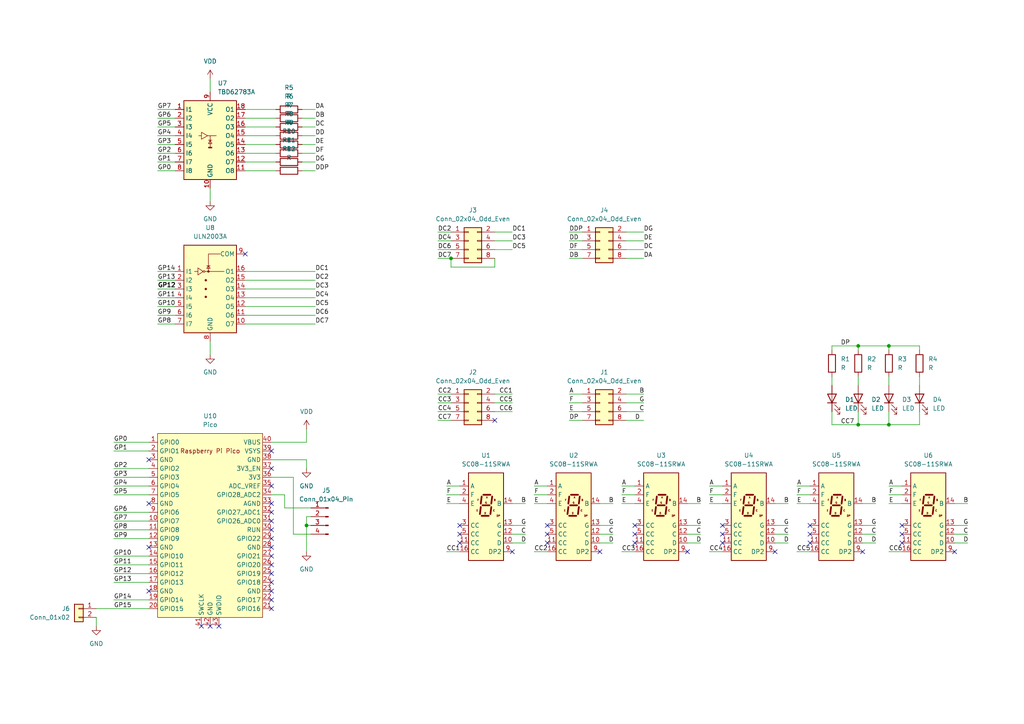
<source format=kicad_sch>
(kicad_sch (version 20230121) (generator eeschema)
  (paper "A4")
  (lib_symbols
    (symbol "Connector:Conn_01x04_Pin" (pin_names (offset 1.016) hide)
      (property "Reference" "J" (at 0 5.08 0))
      (property "Value" "Conn_01x04_Pin" (at 0 -7.62 0))
      (symbol "Conn_01x04_Pin_1_1"
        (polyline (pts (xy 1.27 -5.08) (xy 0.8636 -5.08)) (stroke (width 0.1524)))
        (polyline (pts (xy 1.27 -2.54) (xy 0.8636 -2.54)) (stroke (width 0.1524)))
        (polyline (pts (xy 1.27 0) (xy 0.8636 0)) (stroke (width 0.1524)))
        (polyline (pts (xy 1.27 2.54) (xy 0.8636 2.54)) (stroke (width 0.1524)))
        (rectangle (start 0.8636 -4.953) (end 0 -5.207) (stroke (width 0.1524)) (fill (type outline)))
        (rectangle (start 0.8636 -2.413) (end 0 -2.667) (stroke (width 0.1524)) (fill (type outline)))
        (rectangle (start 0.8636 0.127) (end 0 -0.127) (stroke (width 0.1524)) (fill (type outline)))
        (rectangle (start 0.8636 2.667) (end 0 2.413) (stroke (width 0.1524)) (fill (type outline)))
        (pin passive line (at 5.08 2.54 180) (length 3.81) (name "Pin_1") (number "1"))
        (pin passive line (at 5.08 0 180) (length 3.81) (name "Pin_2") (number "2"))
        (pin passive line (at 5.08 -2.54 180) (length 3.81) (name "Pin_3") (number "3"))
        (pin passive line (at 5.08 -5.08 180) (length 3.81) (name "Pin_4") (number "4"))
      )
    )
    (symbol "Connector_Generic:Conn_01x02" (pin_names (offset 1.016) hide)
      (property "Reference" "J" (at 0 2.54 0))
      (property "Value" "Conn_01x02" (at 0 -5.08 0))
      (symbol "Conn_01x02_1_1"
        (rectangle (start -1.27 -2.413) (end 0 -2.667) (stroke (width 0.1524)))
        (rectangle (start -1.27 0.127) (end 0 -0.127) (stroke (width 0.1524)))
        (rectangle (start -1.27 1.27) (end 1.27 -3.81) (stroke (width 0.254)) (fill (type background)))
        (pin passive line (at -5.08 0 0) (length 3.81) (name "Pin_1") (number "1"))
        (pin passive line (at -5.08 -2.54 0) (length 3.81) (name "Pin_2") (number "2"))
      )
    )
    (symbol "Connector_Generic:Conn_02x04_Odd_Even" (pin_names (offset 1.016) hide)
      (property "Reference" "J" (at 1.27 5.08 0))
      (property "Value" "Conn_02x04_Odd_Even" (at 1.27 -7.62 0))
      (symbol "Conn_02x04_Odd_Even_1_1"
        (rectangle (start -1.27 -4.953) (end 0 -5.207) (stroke (width 0.1524)))
        (rectangle (start -1.27 -2.413) (end 0 -2.667) (stroke (width 0.1524)))
        (rectangle (start -1.27 0.127) (end 0 -0.127) (stroke (width 0.1524)))
        (rectangle (start -1.27 2.667) (end 0 2.413) (stroke (width 0.1524)))
        (rectangle (start -1.27 3.81) (end 3.81 -6.35) (stroke (width 0.254)) (fill (type background)))
        (rectangle (start 3.81 -4.953) (end 2.54 -5.207) (stroke (width 0.1524)))
        (rectangle (start 3.81 -2.413) (end 2.54 -2.667) (stroke (width 0.1524)))
        (rectangle (start 3.81 0.127) (end 2.54 -0.127) (stroke (width 0.1524)))
        (rectangle (start 3.81 2.667) (end 2.54 2.413) (stroke (width 0.1524)))
        (pin passive line (at -5.08 2.54 0) (length 3.81) (name "Pin_1") (number "1"))
        (pin passive line (at 7.62 2.54 180) (length 3.81) (name "Pin_2") (number "2"))
        (pin passive line (at -5.08 0 0) (length 3.81) (name "Pin_3") (number "3"))
        (pin passive line (at 7.62 0 180) (length 3.81) (name "Pin_4") (number "4"))
        (pin passive line (at -5.08 -2.54 0) (length 3.81) (name "Pin_5") (number "5"))
        (pin passive line (at 7.62 -2.54 180) (length 3.81) (name "Pin_6") (number "6"))
        (pin passive line (at -5.08 -5.08 0) (length 3.81) (name "Pin_7") (number "7"))
        (pin passive line (at 7.62 -5.08 180) (length 3.81) (name "Pin_8") (number "8"))
      )
    )
    (symbol "Device:LED" (pin_numbers hide) (pin_names (offset 1.016) hide)
      (property "Reference" "D" (at 0 2.54 0))
      (property "Value" "LED" (at 0 -2.54 0))
      (symbol "LED_0_1"
        (polyline (pts (xy -1.27 -1.27) (xy -1.27 1.27)) (stroke (width 0.254)))
        (polyline (pts (xy -1.27 0) (xy 1.27 0)))
        (polyline (pts (xy 1.27 -1.27) (xy 1.27 1.27) (xy -1.27 0) (xy 1.27 -1.27)) (stroke (width 0.254)))
        (polyline (pts (xy -3.048 -0.762) (xy -4.572 -2.286) (xy -3.81 -2.286) (xy -4.572 -2.286) (xy -4.572 -1.524)))
        (polyline (pts (xy -1.778 -0.762) (xy -3.302 -2.286) (xy -2.54 -2.286) (xy -3.302 -2.286) (xy -3.302 -1.524)))
      )
      (symbol "LED_1_1"
        (pin passive line (at -3.81 0 0) (length 2.54) (name "K") (number "1"))
        (pin passive line (at 3.81 0 180) (length 2.54) (name "A") (number "2"))
      )
    )
    (symbol "Device:R" (pin_numbers hide) (pin_names (offset 0))
      (property "Reference" "R" (at 2.032 0 90))
      (property "Value" "R" (at 0 0 90))
      (symbol "R_0_1"
        (rectangle (start -1.016 -2.54) (end 1.016 2.54) (stroke (width 0.254)))
      )
      (symbol "R_1_1"
        (pin passive line (at 0 3.81 270) (length 1.27) (name "~") (number "1"))
        (pin passive line (at 0 -3.81 90) (length 1.27) (name "~") (number "2"))
      )
    )
    (symbol "MCU_RaspberryPi_and_Boards:Pico"
      (property "Reference" "U" (at -13.97 27.94 0))
      (property "Value" "Pico" (at 0 19.05 0))
      (symbol "Pico_0_0"
        (text "Raspberry Pi Pico" (at 0 21.59 0) (effects (font (size 1.27 1.27))))
      )
      (symbol "Pico_0_1"
        (rectangle (start -15.24 26.67) (end 15.24 -26.67) (fill (type background)))
      )
      (symbol "Pico_1_1"
        (pin bidirectional line (at -17.78 24.13 0) (length 2.54) (name "GPIO0") (number "1"))
        (pin bidirectional line (at -17.78 1.27 0) (length 2.54) (name "GPIO7") (number "10"))
        (pin bidirectional line (at -17.78 -1.27 0) (length 2.54) (name "GPIO8") (number "11"))
        (pin bidirectional line (at -17.78 -3.81 0) (length 2.54) (name "GPIO9") (number "12"))
        (pin power_in line (at -17.78 -6.35 0) (length 2.54) (name "GND") (number "13"))
        (pin bidirectional line (at -17.78 -8.89 0) (length 2.54) (name "GPIO10") (number "14"))
        (pin bidirectional line (at -17.78 -11.43 0) (length 2.54) (name "GPIO11") (number "15"))
        (pin bidirectional line (at -17.78 -13.97 0) (length 2.54) (name "GPIO12") (number "16"))
        (pin bidirectional line (at -17.78 -16.51 0) (length 2.54) (name "GPIO13") (number "17"))
        (pin power_in line (at -17.78 -19.05 0) (length 2.54) (name "GND") (number "18"))
        (pin bidirectional line (at -17.78 -21.59 0) (length 2.54) (name "GPIO14") (number "19"))
        (pin bidirectional line (at -17.78 21.59 0) (length 2.54) (name "GPIO1") (number "2"))
        (pin bidirectional line (at -17.78 -24.13 0) (length 2.54) (name "GPIO15") (number "20"))
        (pin bidirectional line (at 17.78 -24.13 180) (length 2.54) (name "GPIO16") (number "21"))
        (pin bidirectional line (at 17.78 -21.59 180) (length 2.54) (name "GPIO17") (number "22"))
        (pin power_in line (at 17.78 -19.05 180) (length 2.54) (name "GND") (number "23"))
        (pin bidirectional line (at 17.78 -16.51 180) (length 2.54) (name "GPIO18") (number "24"))
        (pin bidirectional line (at 17.78 -13.97 180) (length 2.54) (name "GPIO19") (number "25"))
        (pin bidirectional line (at 17.78 -11.43 180) (length 2.54) (name "GPIO20") (number "26"))
        (pin bidirectional line (at 17.78 -8.89 180) (length 2.54) (name "GPIO21") (number "27"))
        (pin power_in line (at 17.78 -6.35 180) (length 2.54) (name "GND") (number "28"))
        (pin bidirectional line (at 17.78 -3.81 180) (length 2.54) (name "GPIO22") (number "29"))
        (pin power_in line (at -17.78 19.05 0) (length 2.54) (name "GND") (number "3"))
        (pin input line (at 17.78 -1.27 180) (length 2.54) (name "RUN") (number "30"))
        (pin bidirectional line (at 17.78 1.27 180) (length 2.54) (name "GPIO26_ADC0") (number "31"))
        (pin bidirectional line (at 17.78 3.81 180) (length 2.54) (name "GPIO27_ADC1") (number "32"))
        (pin power_in line (at 17.78 6.35 180) (length 2.54) (name "AGND") (number "33"))
        (pin bidirectional line (at 17.78 8.89 180) (length 2.54) (name "GPIO28_ADC2") (number "34"))
        (pin power_in line (at 17.78 11.43 180) (length 2.54) (name "ADC_VREF") (number "35"))
        (pin power_in line (at 17.78 13.97 180) (length 2.54) (name "3V3") (number "36"))
        (pin input line (at 17.78 16.51 180) (length 2.54) (name "3V3_EN") (number "37"))
        (pin bidirectional line (at 17.78 19.05 180) (length 2.54) (name "GND") (number "38"))
        (pin power_in line (at 17.78 21.59 180) (length 2.54) (name "VSYS") (number "39"))
        (pin bidirectional line (at -17.78 16.51 0) (length 2.54) (name "GPIO2") (number "4"))
        (pin power_in line (at 17.78 24.13 180) (length 2.54) (name "VBUS") (number "40"))
        (pin input line (at -2.54 -29.21 90) (length 2.54) (name "SWCLK") (number "41"))
        (pin power_in line (at 0 -29.21 90) (length 2.54) (name "GND") (number "42"))
        (pin bidirectional line (at 2.54 -29.21 90) (length 2.54) (name "SWDIO") (number "43"))
        (pin bidirectional line (at -17.78 13.97 0) (length 2.54) (name "GPIO3") (number "5"))
        (pin bidirectional line (at -17.78 11.43 0) (length 2.54) (name "GPIO4") (number "6"))
        (pin bidirectional line (at -17.78 8.89 0) (length 2.54) (name "GPIO5") (number "7"))
        (pin power_in line (at -17.78 6.35 0) (length 2.54) (name "GND") (number "8"))
        (pin bidirectional line (at -17.78 3.81 0) (length 2.54) (name "GPIO6") (number "9"))
      )
    )
    (symbol "Transistor_Array:TBD62783A"
      (property "Reference" "U" (at -7.62 11.43 0))
      (property "Value" "TBD62783A" (at 1.27 11.43 0))
      (symbol "TBD62783A_0_1"
        (rectangle (start -7.62 10.16) (end 7.62 -12.7) (stroke (width 0.254)) (fill (type background)))
        (rectangle (start -0.508 -3.302) (end 0.508 -3.556) (fill (type outline)))
        (polyline (pts (xy -1.778 -2.794) (xy -1.778 -2.794)) (stroke (width 0.254)))
        (polyline (pts (xy -1.778 -2.032) (xy -1.778 -2.032)) (stroke (width 0.254)))
        (polyline (pts (xy -1.778 -1.27) (xy -1.778 -1.27)) (stroke (width 0.254)))
        (polyline (pts (xy -1.778 1.27) (xy -1.778 1.27)) (stroke (width 0.254)))
        (polyline (pts (xy -1.778 2.032) (xy -1.778 2.032)) (stroke (width 0.254)))
        (polyline (pts (xy -1.778 2.794) (xy -1.778 2.794)) (stroke (width 0.254)))
        (polyline (pts (xy -0.762 0) (xy 1.778 0)))
        (polyline (pts (xy -0.508 -1.27) (xy 0.508 -1.27)))
        (polyline (pts (xy 0 0) (xy 0 -3.302)))
        (polyline (pts (xy 0 0) (xy 0 0)) (stroke (width 0.508)))
        (polyline (pts (xy 0 -1.27) (xy -0.508 -2.286) (xy 0.508 -2.286) (xy 0 -1.27)))
        (polyline (pts (xy -3.302 0) (xy -2.54 0) (xy -2.54 1.016) (xy -0.762 0) (xy -2.54 -1.016) (xy -2.54 0)))
      )
      (symbol "TBD62783A_1_1"
        (pin input line (at -10.16 7.62 0) (length 2.54) (name "I1") (number "1"))
        (pin power_in line (at 0 -15.24 90) (length 2.54) (name "GND") (number "10"))
        (pin open_emitter line (at 10.16 -10.16 180) (length 2.54) (name "O8") (number "11"))
        (pin open_emitter line (at 10.16 -7.62 180) (length 2.54) (name "O7") (number "12"))
        (pin open_emitter line (at 10.16 -5.08 180) (length 2.54) (name "O6") (number "13"))
        (pin open_emitter line (at 10.16 -2.54 180) (length 2.54) (name "O5") (number "14"))
        (pin open_emitter line (at 10.16 0 180) (length 2.54) (name "O4") (number "15"))
        (pin open_emitter line (at 10.16 2.54 180) (length 2.54) (name "O3") (number "16"))
        (pin open_emitter line (at 10.16 5.08 180) (length 2.54) (name "O2") (number "17"))
        (pin open_emitter line (at 10.16 7.62 180) (length 2.54) (name "O1") (number "18"))
        (pin input line (at -10.16 5.08 0) (length 2.54) (name "I2") (number "2"))
        (pin input line (at -10.16 2.54 0) (length 2.54) (name "I3") (number "3"))
        (pin input line (at -10.16 0 0) (length 2.54) (name "I4") (number "4"))
        (pin input line (at -10.16 -2.54 0) (length 2.54) (name "I5") (number "5"))
        (pin input line (at -10.16 -5.08 0) (length 2.54) (name "I6") (number "6"))
        (pin input line (at -10.16 -7.62 0) (length 2.54) (name "I7") (number "7"))
        (pin input line (at -10.16 -10.16 0) (length 2.54) (name "I8") (number "8"))
        (pin power_in line (at 0 12.7 270) (length 2.54) (name "VCC") (number "9"))
      )
    )
    (symbol "Transistor_Array:ULN2003A"
      (property "Reference" "U" (at 0 15.875 0))
      (property "Value" "ULN2003A" (at 0 13.97 0))
      (symbol "ULN2003A_0_1"
        (rectangle (start -7.62 -12.7) (end 7.62 12.7) (stroke (width 0.254)) (fill (type background)))
        (circle (center -1.778 5.08) (radius 0.254))
        (circle (center -1.27 -2.286) (radius 0.254) (fill (type outline)))
        (circle (center -1.27 0) (radius 0.254) (fill (type outline)))
        (circle (center -1.27 2.54) (radius 0.254) (fill (type outline)))
        (circle (center -0.508 5.08) (radius 0.254) (fill (type outline)))
        (polyline (pts (xy -4.572 5.08) (xy -3.556 5.08)))
        (polyline (pts (xy -1.524 5.08) (xy 4.064 5.08)))
        (polyline (pts (xy 0 6.731) (xy -1.016 6.731)))
        (polyline (pts (xy -0.508 5.08) (xy -0.508 10.16) (xy 2.921 10.16)))
        (polyline (pts (xy -3.556 6.096) (xy -3.556 4.064) (xy -2.032 5.08) (xy -3.556 6.096)))
        (polyline (pts (xy 0 5.969) (xy -1.016 5.969) (xy -0.508 6.731) (xy 0 5.969)))
      )
      (symbol "ULN2003A_1_1"
        (pin input line (at -10.16 5.08 0) (length 2.54) (name "I1") (number "1"))
        (pin open_collector line (at 10.16 -10.16 180) (length 2.54) (name "O7") (number "10"))
        (pin open_collector line (at 10.16 -7.62 180) (length 2.54) (name "O6") (number "11"))
        (pin open_collector line (at 10.16 -5.08 180) (length 2.54) (name "O5") (number "12"))
        (pin open_collector line (at 10.16 -2.54 180) (length 2.54) (name "O4") (number "13"))
        (pin open_collector line (at 10.16 0 180) (length 2.54) (name "O3") (number "14"))
        (pin open_collector line (at 10.16 2.54 180) (length 2.54) (name "O2") (number "15"))
        (pin open_collector line (at 10.16 5.08 180) (length 2.54) (name "O1") (number "16"))
        (pin input line (at -10.16 2.54 0) (length 2.54) (name "I2") (number "2"))
        (pin input line (at -10.16 0 0) (length 2.54) (name "I3") (number "3"))
        (pin input line (at -10.16 -2.54 0) (length 2.54) (name "I4") (number "4"))
        (pin input line (at -10.16 -5.08 0) (length 2.54) (name "I5") (number "5"))
        (pin input line (at -10.16 -7.62 0) (length 2.54) (name "I6") (number "6"))
        (pin input line (at -10.16 -10.16 0) (length 2.54) (name "I7") (number "7"))
        (pin power_in line (at 0 -15.24 90) (length 2.54) (name "GND") (number "8"))
        (pin passive line (at 10.16 10.16 180) (length 2.54) (name "COM") (number "9"))
      )
    )
    (symbol "dcf77lib:SC08-11SRWA"
      (property "Reference" "U" (at -2.54 13.97 0))
      (property "Value" "SC08-11SRWA" (at 1.27 13.97 0))
      (symbol "SC08-11SRWA_0_0"
        (text "A" (at 0.254 5.588 0) (effects (font (size 0.508 0.508))))
        (text "B" (at 2.54 4.826 0) (effects (font (size 0.508 0.508))))
        (text "C" (at 2.286 1.778 0) (effects (font (size 0.508 0.508))))
        (text "D" (at -0.254 1.016 0) (effects (font (size 0.508 0.508))))
        (text "DP" (at 3.556 0.254 0) (effects (font (size 0.508 0.508))))
        (text "E" (at -2.54 1.778 0) (effects (font (size 0.508 0.508))))
        (text "F" (at -2.286 4.826 0) (effects (font (size 0.508 0.508))))
        (text "G" (at 0 4.064 0) (effects (font (size 0.508 0.508))))
      )
      (symbol "SC08-11SRWA_0_1"
        (rectangle (start -5.08 12.7) (end 5.08 -12.7) (stroke (width 0.254)) (fill (type background)))
        (polyline (pts (xy -1.524 2.794) (xy -1.778 0.762)) (stroke (width 0.508)))
        (polyline (pts (xy -1.27 0.254) (xy 0.762 0.254)) (stroke (width 0.508)))
        (polyline (pts (xy -1.27 5.842) (xy -1.524 3.81)) (stroke (width 0.508)))
        (polyline (pts (xy -1.016 3.302) (xy 1.016 3.302)) (stroke (width 0.508)))
        (polyline (pts (xy -0.762 6.35) (xy 1.27 6.35)) (stroke (width 0.508)))
        (polyline (pts (xy 1.524 2.794) (xy 1.27 0.762)) (stroke (width 0.508)))
        (polyline (pts (xy 1.778 5.842) (xy 1.524 3.81)) (stroke (width 0.508)))
        (polyline (pts (xy 2.54 0.254) (xy 2.54 0.254)) (stroke (width 0.508)))
      )
      (symbol "SC08-11SRWA_1_0"
        (pin input line (at -7.62 -7.62 0) (length 2.54) (name "CC") (number "11"))
        (pin input line (at 7.62 -5.08 180) (length 2.54) (name "C") (number "12"))
        (pin input line (at 7.62 -2.54 180) (length 2.54) (name "G") (number "13"))
        (pin input line (at 7.62 3.81 180) (length 2.54) (name "B") (number "14"))
        (pin input line (at -7.62 -10.16 0) (length 2.54) (name "CC") (number "16"))
      )
      (symbol "SC08-11SRWA_1_1"
        (pin input line (at -7.62 8.89 0) (length 2.54) (name "A") (number "1"))
        (pin input line (at 7.62 -7.62 180) (length 2.54) (name "D") (number "10"))
        (pin input line (at -7.62 6.35 0) (length 2.54) (name "F") (number "2"))
        (pin input line (at -7.62 -2.54 0) (length 2.54) (name "CC") (number "3"))
        (pin input line (at -7.62 3.81 0) (length 2.54) (name "E") (number "4"))
        (pin input line (at -7.62 -5.08 0) (length 2.54) (name "CC") (number "5"))
        (pin input line (at 7.62 -10.16 180) (length 2.54) (name "DP2") (number "9"))
      )
    )
    (symbol "power:GND" (power) (pin_names (offset 0))
      (property "Value" "GND" (at 0 -3.81 0))
      (symbol "GND_0_1"
        (polyline (pts (xy 0 0) (xy 0 -1.27) (xy 1.27 -1.27) (xy 0 -2.54) (xy -1.27 -1.27) (xy 0 -1.27)))
      )
      (symbol "GND_1_1"
        (pin power_in line (at 0 0 270) (length 0) hide (name "GND") (number "1"))
      )
    )
    (symbol "power:VDD" (power) (pin_names (offset 0))
      (property "Value" "VDD" (at 0 3.81 0))
      (symbol "VDD_0_1"
        (polyline (pts (xy -0.762 1.27) (xy 0 2.54)))
        (polyline (pts (xy 0 0) (xy 0 2.54)))
        (polyline (pts (xy 0 2.54) (xy 0.762 1.27)))
      )
      (symbol "VDD_1_1"
        (pin power_in line (at 0 0 90) (length 0) hide (name "VDD") (number "1"))
      )
    )
  )
  (junction (at 257.81 100.33))
  (junction (at 248.92 123.19))
  (junction (at 88.9 152.4))
  (junction (at 257.81 123.19))
  (junction (at 130.81 74.93))
  (junction (at 248.92 100.33))
  (no_connect (at 78.74 130.81))
  (no_connect (at 78.74 176.53))
  (no_connect (at 209.55 154.94))
  (no_connect (at 43.18 146.05))
  (no_connect (at 43.18 171.45))
  (no_connect (at 224.79 160.02))
  (no_connect (at 63.5 181.61))
  (no_connect (at 184.15 154.94))
  (no_connect (at 158.75 152.4))
  (no_connect (at 276.86 160.02))
  (no_connect (at 209.55 157.48))
  (no_connect (at 133.35 157.48))
  (no_connect (at 78.74 168.91))
  (no_connect (at 78.74 153.67))
  (no_connect (at 133.35 154.94))
  (no_connect (at 78.74 158.75))
  (no_connect (at 158.75 154.94))
  (no_connect (at 78.74 135.89))
  (no_connect (at 78.74 151.13))
  (no_connect (at 234.95 157.48))
  (no_connect (at 184.15 157.48))
  (no_connect (at 78.74 156.21))
  (no_connect (at 173.99 160.02))
  (no_connect (at 250.19 160.02))
  (no_connect (at 148.59 160.02))
  (no_connect (at 78.74 140.97))
  (no_connect (at 209.55 152.4))
  (no_connect (at 43.18 158.75))
  (no_connect (at 234.95 154.94))
  (no_connect (at 234.95 152.4))
  (no_connect (at 158.75 157.48))
  (no_connect (at 78.74 161.29))
  (no_connect (at 60.96 181.61))
  (no_connect (at 78.74 173.99))
  (no_connect (at 184.15 152.4))
  (no_connect (at 261.62 152.4))
  (no_connect (at 71.12 73.66))
  (no_connect (at 78.74 163.83))
  (no_connect (at 78.74 171.45))
  (no_connect (at 199.39 160.02))
  (no_connect (at 133.35 152.4))
  (no_connect (at 143.51 121.92))
  (no_connect (at 78.74 146.05))
  (no_connect (at 261.62 154.94))
  (no_connect (at 58.42 181.61))
  (no_connect (at 78.74 166.37))
  (no_connect (at 261.62 157.48))
  (no_connect (at 43.18 133.35))
  (no_connect (at 78.74 148.59))
  (wire (pts (xy 266.7 119.38) (xy 266.7 123.19)))
  (wire (pts (xy 71.12 39.37) (xy 80.01 39.37)))
  (wire (pts (xy 180.34 146.05) (xy 184.15 146.05)))
  (wire (pts (xy 154.94 160.02) (xy 158.75 160.02)))
  (wire (pts (xy 27.94 176.53) (xy 43.18 176.53)))
  (wire (pts (xy 33.02 143.51) (xy 43.18 143.51)))
  (wire (pts (xy 45.72 88.9) (xy 50.8 88.9)))
  (wire (pts (xy 71.12 78.74) (xy 91.44 78.74)))
  (wire (pts (xy 148.59 146.05) (xy 152.4 146.05)))
  (wire (pts (xy 71.12 81.28) (xy 91.44 81.28)))
  (wire (pts (xy 85.09 154.94) (xy 90.17 154.94)))
  (wire (pts (xy 224.79 157.48) (xy 228.6 157.48)))
  (wire (pts (xy 173.99 146.05) (xy 177.8 146.05)))
  (wire (pts (xy 173.99 152.4) (xy 177.8 152.4)))
  (wire (pts (xy 80.01 49.53) (xy 71.12 49.53)))
  (wire (pts (xy 241.3 119.38) (xy 241.3 123.19)))
  (wire (pts (xy 276.86 157.48) (xy 280.67 157.48)))
  (wire (pts (xy 181.61 67.31) (xy 186.69 67.31)))
  (wire (pts (xy 241.3 123.19) (xy 248.92 123.19)))
  (wire (pts (xy 181.61 121.92) (xy 186.69 121.92)))
  (wire (pts (xy 241.3 109.22) (xy 241.3 111.76)))
  (wire (pts (xy 127 69.85) (xy 130.81 69.85)))
  (wire (pts (xy 199.39 146.05) (xy 203.2 146.05)))
  (wire (pts (xy 45.72 31.75) (xy 50.8 31.75)))
  (wire (pts (xy 276.86 152.4) (xy 280.67 152.4)))
  (wire (pts (xy 248.92 109.22) (xy 248.92 111.76)))
  (wire (pts (xy 173.99 157.48) (xy 177.8 157.48)))
  (wire (pts (xy 82.55 147.32) (xy 82.55 143.51)))
  (wire (pts (xy 224.79 154.94) (xy 228.6 154.94)))
  (wire (pts (xy 78.74 133.35) (xy 88.9 133.35)))
  (wire (pts (xy 127 114.3) (xy 130.81 114.3)))
  (wire (pts (xy 143.51 119.38) (xy 148.59 119.38)))
  (wire (pts (xy 71.12 46.99) (xy 80.01 46.99)))
  (wire (pts (xy 33.02 156.21) (xy 43.18 156.21)))
  (wire (pts (xy 143.51 116.84) (xy 148.59 116.84)))
  (wire (pts (xy 205.74 160.02) (xy 209.55 160.02)))
  (wire (pts (xy 127 72.39) (xy 130.81 72.39)))
  (wire (pts (xy 87.63 36.83) (xy 91.44 36.83)))
  (wire (pts (xy 60.96 22.86) (xy 60.96 26.67)))
  (wire (pts (xy 143.51 69.85) (xy 148.59 69.85)))
  (wire (pts (xy 87.63 39.37) (xy 91.44 39.37)))
  (wire (pts (xy 33.02 135.89) (xy 43.18 135.89)))
  (wire (pts (xy 248.92 123.19) (xy 257.81 123.19)))
  (wire (pts (xy 33.02 153.67) (xy 43.18 153.67)))
  (wire (pts (xy 33.02 148.59) (xy 43.18 148.59)))
  (wire (pts (xy 165.1 119.38) (xy 168.91 119.38)))
  (wire (pts (xy 87.63 44.45) (xy 91.44 44.45)))
  (wire (pts (xy 127 67.31) (xy 130.81 67.31)))
  (wire (pts (xy 165.1 74.93) (xy 168.91 74.93)))
  (wire (pts (xy 129.54 143.51) (xy 133.35 143.51)))
  (wire (pts (xy 205.74 143.51) (xy 209.55 143.51)))
  (wire (pts (xy 90.17 149.86) (xy 88.9 149.86)))
  (wire (pts (xy 257.81 101.6) (xy 257.81 100.33)))
  (wire (pts (xy 257.81 119.38) (xy 257.81 123.19)))
  (wire (pts (xy 45.72 83.82) (xy 50.8 83.82)))
  (wire (pts (xy 165.1 69.85) (xy 168.91 69.85)))
  (wire (pts (xy 266.7 109.22) (xy 266.7 111.76)))
  (wire (pts (xy 45.72 93.98) (xy 50.8 93.98)))
  (wire (pts (xy 181.61 74.93) (xy 186.69 74.93)))
  (wire (pts (xy 33.02 161.29) (xy 43.18 161.29)))
  (wire (pts (xy 199.39 157.48) (xy 203.2 157.48)))
  (wire (pts (xy 257.81 100.33) (xy 266.7 100.33)))
  (wire (pts (xy 71.12 93.98) (xy 91.44 93.98)))
  (wire (pts (xy 205.74 140.97) (xy 209.55 140.97)))
  (wire (pts (xy 257.81 140.97) (xy 261.62 140.97)))
  (wire (pts (xy 148.59 154.94) (xy 152.4 154.94)))
  (wire (pts (xy 87.63 31.75) (xy 91.44 31.75)))
  (wire (pts (xy 143.51 77.47) (xy 130.81 77.47)))
  (wire (pts (xy 257.81 160.02) (xy 261.62 160.02)))
  (wire (pts (xy 45.72 41.91) (xy 50.8 41.91)))
  (wire (pts (xy 127 121.92) (xy 130.81 121.92)))
  (wire (pts (xy 45.72 49.53) (xy 50.8 49.53)))
  (wire (pts (xy 250.19 157.48) (xy 254 157.48)))
  (wire (pts (xy 87.63 34.29) (xy 91.44 34.29)))
  (wire (pts (xy 266.7 100.33) (xy 266.7 101.6)))
  (wire (pts (xy 154.94 146.05) (xy 158.75 146.05)))
  (wire (pts (xy 231.14 143.51) (xy 234.95 143.51)))
  (wire (pts (xy 143.51 74.93) (xy 143.51 77.47)))
  (wire (pts (xy 224.79 152.4) (xy 228.6 152.4)))
  (wire (pts (xy 257.81 146.05) (xy 261.62 146.05)))
  (wire (pts (xy 276.86 154.94) (xy 280.67 154.94)))
  (wire (pts (xy 90.17 147.32) (xy 82.55 147.32)))
  (wire (pts (xy 88.9 152.4) (xy 90.17 152.4)))
  (wire (pts (xy 129.54 146.05) (xy 133.35 146.05)))
  (wire (pts (xy 33.02 166.37) (xy 43.18 166.37)))
  (wire (pts (xy 180.34 143.51) (xy 184.15 143.51)))
  (wire (pts (xy 248.92 119.38) (xy 248.92 123.19)))
  (wire (pts (xy 143.51 114.3) (xy 148.59 114.3)))
  (wire (pts (xy 71.12 86.36) (xy 91.44 86.36)))
  (wire (pts (xy 154.94 143.51) (xy 158.75 143.51)))
  (wire (pts (xy 33.02 128.27) (xy 43.18 128.27)))
  (wire (pts (xy 127 119.38) (xy 130.81 119.38)))
  (wire (pts (xy 250.19 146.05) (xy 254 146.05)))
  (wire (pts (xy 165.1 121.92) (xy 168.91 121.92)))
  (wire (pts (xy 154.94 140.97) (xy 158.75 140.97)))
  (wire (pts (xy 148.59 157.48) (xy 152.4 157.48)))
  (wire (pts (xy 130.81 77.47) (xy 130.81 74.93)))
  (wire (pts (xy 45.72 34.29) (xy 50.8 34.29)))
  (wire (pts (xy 78.74 138.43) (xy 85.09 138.43)))
  (wire (pts (xy 87.63 41.91) (xy 91.44 41.91)))
  (wire (pts (xy 60.96 54.61) (xy 60.96 58.42)))
  (wire (pts (xy 33.02 140.97) (xy 43.18 140.97)))
  (wire (pts (xy 250.19 154.94) (xy 254 154.94)))
  (wire (pts (xy 87.63 49.53) (xy 91.44 49.53)))
  (wire (pts (xy 181.61 114.3) (xy 186.69 114.3)))
  (wire (pts (xy 181.61 72.39) (xy 186.69 72.39)))
  (wire (pts (xy 143.51 67.31) (xy 148.59 67.31)))
  (wire (pts (xy 129.54 160.02) (xy 133.35 160.02)))
  (wire (pts (xy 88.9 149.86) (xy 88.9 152.4)))
  (wire (pts (xy 231.14 140.97) (xy 234.95 140.97)))
  (wire (pts (xy 173.99 154.94) (xy 177.8 154.94)))
  (wire (pts (xy 127 116.84) (xy 130.81 116.84)))
  (wire (pts (xy 165.1 114.3) (xy 168.91 114.3)))
  (wire (pts (xy 165.1 67.31) (xy 168.91 67.31)))
  (wire (pts (xy 71.12 88.9) (xy 91.44 88.9)))
  (wire (pts (xy 257.81 109.22) (xy 257.81 111.76)))
  (wire (pts (xy 205.74 146.05) (xy 209.55 146.05)))
  (wire (pts (xy 71.12 36.83) (xy 80.01 36.83)))
  (wire (pts (xy 276.86 146.05) (xy 280.67 146.05)))
  (wire (pts (xy 87.63 46.99) (xy 91.44 46.99)))
  (wire (pts (xy 45.72 86.36) (xy 50.8 86.36)))
  (wire (pts (xy 165.1 72.39) (xy 168.91 72.39)))
  (wire (pts (xy 231.14 160.02) (xy 234.95 160.02)))
  (wire (pts (xy 181.61 119.38) (xy 186.69 119.38)))
  (wire (pts (xy 241.3 101.6) (xy 241.3 100.33)))
  (wire (pts (xy 33.02 163.83) (xy 43.18 163.83)))
  (wire (pts (xy 181.61 69.85) (xy 186.69 69.85)))
  (wire (pts (xy 180.34 160.02) (xy 184.15 160.02)))
  (wire (pts (xy 45.72 91.44) (xy 50.8 91.44)))
  (wire (pts (xy 250.19 152.4) (xy 254 152.4)))
  (wire (pts (xy 241.3 100.33) (xy 248.92 100.33)))
  (wire (pts (xy 85.09 138.43) (xy 85.09 154.94)))
  (wire (pts (xy 45.72 46.99) (xy 50.8 46.99)))
  (wire (pts (xy 71.12 34.29) (xy 80.01 34.29)))
  (wire (pts (xy 257.81 143.51) (xy 261.62 143.51)))
  (wire (pts (xy 129.54 140.97) (xy 133.35 140.97)))
  (wire (pts (xy 60.96 99.06) (xy 60.96 102.87)))
  (wire (pts (xy 257.81 123.19) (xy 266.7 123.19)))
  (wire (pts (xy 45.72 78.74) (xy 50.8 78.74)))
  (wire (pts (xy 78.74 143.51) (xy 82.55 143.51)))
  (wire (pts (xy 33.02 138.43) (xy 43.18 138.43)))
  (wire (pts (xy 181.61 116.84) (xy 186.69 116.84)))
  (wire (pts (xy 71.12 83.82) (xy 91.44 83.82)))
  (wire (pts (xy 45.72 81.28) (xy 50.8 81.28)))
  (wire (pts (xy 45.72 39.37) (xy 50.8 39.37)))
  (wire (pts (xy 127 74.93) (xy 130.81 74.93)))
  (wire (pts (xy 199.39 152.4) (xy 203.2 152.4)))
  (wire (pts (xy 78.74 128.27) (xy 88.9 128.27)))
  (wire (pts (xy 33.02 168.91) (xy 43.18 168.91)))
  (wire (pts (xy 199.39 154.94) (xy 203.2 154.94)))
  (wire (pts (xy 88.9 128.27) (xy 88.9 124.46)))
  (wire (pts (xy 45.72 44.45) (xy 50.8 44.45)))
  (wire (pts (xy 33.02 130.81) (xy 43.18 130.81)))
  (wire (pts (xy 33.02 151.13) (xy 43.18 151.13)))
  (wire (pts (xy 71.12 41.91) (xy 80.01 41.91)))
  (wire (pts (xy 27.94 179.07) (xy 27.94 181.61)))
  (wire (pts (xy 165.1 116.84) (xy 168.91 116.84)))
  (wire (pts (xy 248.92 100.33) (xy 248.92 101.6)))
  (wire (pts (xy 71.12 31.75) (xy 80.01 31.75)))
  (wire (pts (xy 71.12 91.44) (xy 91.44 91.44)))
  (wire (pts (xy 148.59 152.4) (xy 152.4 152.4)))
  (wire (pts (xy 88.9 152.4) (xy 88.9 160.02)))
  (wire (pts (xy 224.79 146.05) (xy 228.6 146.05)))
  (wire (pts (xy 71.12 44.45) (xy 80.01 44.45)))
  (wire (pts (xy 248.92 100.33) (xy 257.81 100.33)))
  (wire (pts (xy 45.72 36.83) (xy 50.8 36.83)))
  (wire (pts (xy 180.34 140.97) (xy 184.15 140.97)))
  (wire (pts (xy 231.14 146.05) (xy 234.95 146.05)))
  (wire (pts (xy 143.51 72.39) (xy 148.59 72.39)))
  (wire (pts (xy 88.9 133.35) (xy 88.9 135.89)))
  (wire (pts (xy 33.02 173.99) (xy 43.18 173.99)))
  (label "DC1" (at 148.59 67.31 0))
  (label "GP3" (at 33.02 138.43 0))
  (label "CC1" (at 144.78 114.3 0))
  (label "DG" (at 91.44 46.99 0))
  (label "F" (at 129.54 143.51 0))
  (label "C" (at 252.73 154.94 0))
  (label "C" (at 176.53 154.94 0))
  (label "DP" (at 243.84 100.33 0))
  (label "GP9" (at 45.72 91.44 0))
  (label "GP15" (at 33.02 176.53 0))
  (label "E" (at 180.34 146.05 0))
  (label "GP14" (at 33.02 173.99 0))
  (label "GP6" (at 45.72 34.29 0))
  (label "GP12" (at 45.72 83.82 0) (effects (font (thickness 0.254) bold)))
  (label "DC5" (at 148.59 72.39 0))
  (label "DDP" (at 165.1 67.31 0))
  (label "C" (at 185.42 119.38 0))
  (label "GP2" (at 33.02 135.89 0))
  (label "D" (at 279.4 157.48 0))
  (label "DC" (at 186.69 72.39 0))
  (label "CC5" (at 231.14 160.02 0))
  (label "D" (at 227.33 157.48 0))
  (label "B" (at 201.93 146.05 0))
  (label "DB" (at 165.1 74.93 0))
  (label "DC2" (at 91.44 81.28 0))
  (label "GP11" (at 45.72 86.36 0))
  (label "C" (at 227.33 154.94 0))
  (label "DB" (at 91.44 34.29 0))
  (label "G" (at 151.13 152.4 0))
  (label "DC7" (at 127 74.93 0))
  (label "F" (at 205.74 143.51 0))
  (label "E" (at 154.94 146.05 0))
  (label "A" (at 129.54 140.97 0))
  (label "C" (at 201.93 154.94 0))
  (label "GP5" (at 33.02 143.51 0))
  (label "CC3" (at 180.34 160.02 0))
  (label "B" (at 176.53 146.05 0))
  (label "GP3" (at 45.72 41.91 0))
  (label "GP9" (at 33.02 156.21 0))
  (label "DF" (at 91.44 44.45 0))
  (label "D" (at 151.13 157.48 0))
  (label "DC3" (at 148.59 69.85 0))
  (label "F" (at 165.1 116.84 0))
  (label "D" (at 176.53 157.48 0))
  (label "GP0" (at 33.02 128.27 0))
  (label "GP10" (at 45.72 88.9 0))
  (label "A" (at 257.81 140.97 0))
  (label "GP12" (at 33.02 166.37 0))
  (label "F" (at 231.14 143.51 0))
  (label "B" (at 279.4 146.05 0))
  (label "B" (at 252.73 146.05 0))
  (label "GP2" (at 45.72 44.45 0))
  (label "D" (at 184.15 121.92 0))
  (label "A" (at 205.74 140.97 0))
  (label "C" (at 151.13 154.94 0))
  (label "CC5" (at 144.78 116.84 0))
  (label "DG" (at 186.69 67.31 0))
  (label "CC1" (at 129.54 160.02 0))
  (label "DC4" (at 127 69.85 0))
  (label "GP14" (at 45.72 78.74 0))
  (label "CC3" (at 127 116.84 0))
  (label "CC4" (at 205.74 160.02 0))
  (label "CC7" (at 243.84 123.19 0))
  (label "C" (at 279.4 154.94 0))
  (label "GP7" (at 33.02 151.13 0))
  (label "G" (at 176.53 152.4 0))
  (label "GP8" (at 45.72 93.98 0))
  (label "B" (at 185.42 114.3 0))
  (label "CC4" (at 127 119.38 0))
  (label "E" (at 257.81 146.05 0))
  (label "GP5" (at 45.72 36.83 0))
  (label "DP" (at 165.1 121.92 0))
  (label "F" (at 180.34 143.51 0))
  (label "GP13" (at 45.72 81.28 0))
  (label "E" (at 165.1 119.38 0))
  (label "GP8" (at 33.02 153.67 0))
  (label "B" (at 227.33 146.05 0))
  (label "DC7" (at 91.44 93.98 0))
  (label "D" (at 201.93 157.48 0))
  (label "GP11" (at 33.02 163.83 0))
  (label "DF" (at 165.1 72.39 0))
  (label "GP4" (at 45.72 39.37 0))
  (label "A" (at 231.14 140.97 0))
  (label "GP13" (at 33.02 168.91 0))
  (label "GP1" (at 45.72 46.99 0))
  (label "GP0" (at 45.72 49.53 0))
  (label "G" (at 201.93 152.4 0))
  (label "CC6" (at 144.78 119.38 0))
  (label "G" (at 227.33 152.4 0))
  (label "A" (at 165.1 114.3 0))
  (label "B" (at 151.13 146.05 0))
  (label "GP6" (at 33.02 148.59 0))
  (label "CC6" (at 257.81 160.02 0))
  (label "DE" (at 91.44 41.91 0))
  (label "G" (at 252.73 152.4 0))
  (label "CC7" (at 127 121.92 0))
  (label "DC5" (at 91.44 88.9 0))
  (label "A" (at 180.34 140.97 0))
  (label "E" (at 205.74 146.05 0))
  (label "DD" (at 91.44 39.37 0))
  (label "E" (at 231.14 146.05 0))
  (label "DC2" (at 127 67.31 0))
  (label "DC6" (at 127 72.39 0))
  (label "GP1" (at 33.02 130.81 0))
  (label "D" (at 252.73 157.48 0))
  (label "DDP" (at 91.44 49.53 0))
  (label "A" (at 154.94 140.97 0))
  (label "G" (at 185.42 116.84 0))
  (label "GP7" (at 45.72 31.75 0))
  (label "CC2" (at 127 114.3 0))
  (label "DD" (at 165.1 69.85 0))
  (label "DC3" (at 91.44 83.82 0))
  (label "E" (at 129.54 146.05 0))
  (label "DC" (at 91.44 36.83 0))
  (label "DC1" (at 91.44 78.74 0))
  (label "GP10" (at 33.02 161.29 0))
  (label "CC2" (at 154.94 160.02 0))
  (label "DC4" (at 91.44 86.36 0))
  (label "DE" (at 186.69 69.85 0))
  (label "GP4" (at 33.02 140.97 0))
  (label "DC6" (at 91.44 91.44 0))
  (label "F" (at 154.94 143.51 0))
  (label "F" (at 257.81 143.51 0))
  (label "G" (at 279.4 152.4 0))
  (label "DA" (at 186.69 74.93 0))
  (label "DA" (at 91.44 31.75 0))
  (symbol (lib_id "Device:R") (at 83.82 36.83 90) (unit 1)
    (property "Reference" "R7" (at 83.82 30.48 90))
    (property "Value" "R" (at 83.82 33.02 90))
    (property "Footprint" "Resistor_THT:R_Axial_DIN0207_L6.3mm_D2.5mm_P10.16mm_Horizontal" (effects hide))
  )
  (symbol (lib_id "Connector_Generic:Conn_01x02") (at 22.86 176.53 0) (mirror y) (unit 1)
    (property "Reference" "J6" (at 20.32 176.53 0) (effects (justify left)))
    (property "Value" "Conn_01x02" (at 20.32 179.07 0) (effects (justify left)))
    (property "Footprint" "Connector_PinHeader_2.54mm:PinHeader_1x02_P2.54mm_Horizontal" (effects hide))
  )
  (symbol (lib_id "Device:LED") (at 266.7 115.57 90) (unit 1)
    (property "Reference" "D4" (at 270.51 115.8875 90) (effects (justify right)))
    (property "Value" "LED" (at 270.51 118.4275 90) (effects (justify right)))
    (property "Footprint" "LED_THT:LED_D3.0mm" (effects hide))
  )
  (symbol (lib_id "Device:LED") (at 241.3 115.57 90) (unit 1)
    (property "Reference" "D1" (at 245.11 115.8875 90) (effects (justify right)))
    (property "Value" "LED" (at 245.11 118.4275 90) (effects (justify right)))
    (property "Footprint" "LED_THT:LED_D3.0mm" (effects hide))
  )
  (symbol (lib_id "dcf77lib:SC08-11SRWA") (at 140.97 149.86 0) (unit 1)
    (property "Reference" "U1" (at 140.97 132.08 0))
    (property "Value" "SC08-11SRWA" (at 140.97 134.62 0))
    (property "Footprint" "dcf77:SC08-11SWRA" (effects hide))
    (property "Datasheet" "unknown" (effects hide))
  )
  (symbol (lib_id "Connector_Generic:Conn_02x04_Odd_Even") (at 173.99 69.85 0) (unit 1)
    (property "Reference" "J4" (at 175.26 60.96 0))
    (property "Value" "Conn_02x04_Odd_Even" (at 175.26 63.5 0))
    (property "Footprint" "Connector_PinHeader_2.54mm:PinHeader_2x04_P2.54mm_Vertical" (effects hide))
  )
  (symbol (lib_id "dcf77lib:SC08-11SRWA") (at 166.37 149.86 0) (unit 1)
    (property "Reference" "U2" (at 166.37 132.08 0))
    (property "Value" "SC08-11SRWA" (at 166.37 134.62 0))
    (property "Footprint" "dcf77:SC08-11SWRA" (effects hide))
    (property "Datasheet" "unknown" (effects hide))
  )
  (symbol (lib_id "power:GND") (at 88.9 160.02 0) (unit 1)
    (property "Reference" "#PWR06" (effects hide))
    (property "Value" "GND" (at 88.9 165.1 0))
  )
  (symbol (lib_id "power:GND") (at 60.96 102.87 0) (unit 1)
    (property "Reference" "#PWR02" (effects hide))
    (property "Value" "GND" (at 60.96 107.95 0))
  )
  (symbol (lib_id "Device:R") (at 266.7 105.41 0) (unit 1)
    (property "Reference" "R4" (at 269.24 104.14 0) (effects (justify left)))
    (property "Value" "R" (at 269.24 106.68 0) (effects (justify left)))
    (property "Footprint" "Resistor_THT:R_Axial_DIN0207_L6.3mm_D2.5mm_P10.16mm_Horizontal" (effects hide))
  )
  (symbol (lib_id "Device:R") (at 83.82 39.37 90) (unit 1)
    (property "Reference" "R8" (at 83.82 33.02 90))
    (property "Value" "R" (at 83.82 35.56 90))
    (property "Footprint" "Resistor_THT:R_Axial_DIN0207_L6.3mm_D2.5mm_P10.16mm_Horizontal" (effects hide))
  )
  (symbol (lib_id "Device:R") (at 83.82 34.29 90) (unit 1)
    (property "Reference" "R6" (at 83.82 27.94 90))
    (property "Value" "R" (at 83.82 30.48 90))
    (property "Footprint" "Resistor_THT:R_Axial_DIN0207_L6.3mm_D2.5mm_P10.16mm_Horizontal" (effects hide))
  )
  (symbol (lib_id "dcf77lib:SC08-11SRWA") (at 191.77 149.86 0) (unit 1)
    (property "Reference" "U3" (at 191.77 132.08 0))
    (property "Value" "SC08-11SRWA" (at 191.77 134.62 0))
    (property "Footprint" "dcf77:SC08-11SWRA" (effects hide))
    (property "Datasheet" "unknown" (effects hide))
  )
  (symbol (lib_id "dcf77lib:SC08-11SRWA") (at 269.24 149.86 0) (unit 1)
    (property "Reference" "U6" (at 269.24 132.08 0))
    (property "Value" "SC08-11SRWA" (at 269.24 134.62 0))
    (property "Footprint" "dcf77:SC08-11SWRA" (effects hide))
    (property "Datasheet" "unknown" (effects hide))
  )
  (symbol (lib_id "power:VDD") (at 88.9 124.46 0) (unit 1)
    (property "Reference" "#PWR04" (effects hide))
    (property "Value" "VDD" (at 88.9 119.38 0))
  )
  (symbol (lib_id "Connector_Generic:Conn_02x04_Odd_Even") (at 135.89 116.84 0) (unit 1)
    (property "Reference" "J2" (at 137.16 107.95 0))
    (property "Value" "Conn_02x04_Odd_Even" (at 137.16 110.49 0))
    (property "Footprint" "Connector_PinSocket_2.54mm:PinSocket_2x04_P2.54mm_Vertical" (effects hide))
  )
  (symbol (lib_id "power:GND") (at 88.9 135.89 0) (unit 1)
    (property "Reference" "#PWR05" (effects hide))
    (property "Value" "GND" (at 88.9 140.97 0))
  )
  (symbol (lib_id "MCU_RaspberryPi_and_Boards:Pico") (at 60.96 152.4 0) (unit 1)
    (property "Reference" "U10" (at 60.96 120.65 0))
    (property "Value" "Pico" (at 60.96 123.19 0))
    (property "Footprint" "MCU_RaspberryPi_and_Boards:RPi_Pico_SMD_TH" (effects hide))
  )
  (symbol (lib_id "Connector:Conn_01x04_Pin") (at 95.25 149.86 0) (mirror y) (unit 1)
    (property "Reference" "J5" (at 94.615 142.24 0))
    (property "Value" "Conn_01x04_Pin" (at 94.615 144.78 0))
    (property "Footprint" "Connector_PinHeader_2.54mm:PinHeader_1x04_P2.54mm_Horizontal" (effects hide))
  )
  (symbol (lib_id "Transistor_Array:TBD62783A") (at 60.96 39.37 0) (unit 1)
    (property "Reference" "U7" (at 63.1541 24.13 0) (effects (justify left)))
    (property "Value" "TBD62783A" (at 63.1541 26.67 0) (effects (justify left)))
    (property "Footprint" "Package_DIP:DIP-18_W7.62mm_LongPads" (effects hide))
    (property "Datasheet" "http://toshiba.semicon-storage.com/info/docget.jsp?did=30523&prodName=TBD62783APG" (effects hide))
  )
  (symbol (lib_id "power:VDD") (at 60.96 22.86 0) (unit 1)
    (property "Reference" "#PWR03" (effects hide))
    (property "Value" "VDD" (at 60.96 17.78 0))
  )
  (symbol (lib_id "dcf77lib:SC08-11SRWA") (at 217.17 149.86 0) (unit 1)
    (property "Reference" "U4" (at 217.17 132.08 0))
    (property "Value" "SC08-11SRWA" (at 217.17 134.62 0))
    (property "Footprint" "dcf77:SC08-11SWRA" (effects hide))
    (property "Datasheet" "unknown" (effects hide))
  )
  (symbol (lib_id "power:GND") (at 60.96 58.42 0) (unit 1)
    (property "Reference" "#PWR01" (effects hide))
    (property "Value" "GND" (at 60.96 63.5 0))
  )
  (symbol (lib_id "Connector_Generic:Conn_02x04_Odd_Even") (at 173.99 116.84 0) (unit 1)
    (property "Reference" "J1" (at 175.26 107.95 0))
    (property "Value" "Conn_02x04_Odd_Even" (at 175.26 110.49 0))
    (property "Footprint" "Connector_PinSocket_2.54mm:PinSocket_2x04_P2.54mm_Vertical" (effects hide))
  )
  (symbol (lib_id "Device:R") (at 257.81 105.41 0) (unit 1)
    (property "Reference" "R3" (at 260.35 104.14 0) (effects (justify left)))
    (property "Value" "R" (at 260.35 106.68 0) (effects (justify left)))
    (property "Footprint" "Resistor_THT:R_Axial_DIN0207_L6.3mm_D2.5mm_P10.16mm_Horizontal" (effects hide))
  )
  (symbol (lib_id "Device:R") (at 248.92 105.41 0) (unit 1)
    (property "Reference" "R2" (at 251.46 104.14 0) (effects (justify left)))
    (property "Value" "R" (at 251.46 106.68 0) (effects (justify left)))
    (property "Footprint" "Resistor_THT:R_Axial_DIN0207_L6.3mm_D2.5mm_P10.16mm_Horizontal" (effects hide))
  )
  (symbol (lib_id "Transistor_Array:ULN2003A") (at 60.96 83.82 0) (unit 1)
    (property "Reference" "U8" (at 60.96 66.04 0))
    (property "Value" "ULN2003A" (at 60.96 68.58 0))
    (property "Footprint" "Package_DIP:DIP-16_W7.62mm_LongPads" (effects hide))
    (property "Datasheet" "http://www.ti.com/lit/ds/symlink/uln2003a.pdf" (effects hide))
  )
  (symbol (lib_id "Device:R") (at 241.3 105.41 0) (unit 1)
    (property "Reference" "R1" (at 243.84 104.14 0) (effects (justify left)))
    (property "Value" "R" (at 243.84 106.68 0) (effects (justify left)))
    (property "Footprint" "Resistor_THT:R_Axial_DIN0207_L6.3mm_D2.5mm_P10.16mm_Horizontal" (effects hide))
  )
  (symbol (lib_id "Device:R") (at 83.82 41.91 90) (unit 1)
    (property "Reference" "R9" (at 83.82 35.56 90))
    (property "Value" "R" (at 83.82 38.1 90))
    (property "Footprint" "Resistor_THT:R_Axial_DIN0207_L6.3mm_D2.5mm_P10.16mm_Horizontal" (effects hide))
  )
  (symbol (lib_id "Device:LED") (at 248.92 115.57 90) (unit 1)
    (property "Reference" "D2" (at 252.73 115.8875 90) (effects (justify right)))
    (property "Value" "LED" (at 252.73 118.4275 90) (effects (justify right)))
    (property "Footprint" "LED_THT:LED_D3.0mm" (effects hide))
  )
  (symbol (lib_id "Device:R") (at 83.82 31.75 90) (unit 1)
    (property "Reference" "R5" (at 83.82 25.4 90))
    (property "Value" "R" (at 83.82 27.94 90))
    (property "Footprint" "Resistor_THT:R_Axial_DIN0207_L6.3mm_D2.5mm_P10.16mm_Horizontal" (effects hide))
  )
  (symbol (lib_id "Device:R") (at 83.82 44.45 90) (unit 1)
    (property "Reference" "R10" (at 83.82 38.1 90))
    (property "Value" "R" (at 83.82 40.64 90))
    (property "Footprint" "Resistor_THT:R_Axial_DIN0207_L6.3mm_D2.5mm_P10.16mm_Horizontal" (effects hide))
  )
  (symbol (lib_id "Connector_Generic:Conn_02x04_Odd_Even") (at 135.89 69.85 0) (unit 1)
    (property "Reference" "J3" (at 137.16 60.96 0))
    (property "Value" "Conn_02x04_Odd_Even" (at 137.16 63.5 0))
    (property "Footprint" "Connector_PinHeader_2.54mm:PinHeader_2x04_P2.54mm_Vertical" (effects hide))
  )
  (symbol (lib_id "power:GND") (at 27.94 181.61 0) (unit 1)
    (property "Reference" "#PWR07" (effects hide))
    (property "Value" "GND" (at 27.94 186.69 0))
  )
  (symbol (lib_id "Device:LED") (at 257.81 115.57 90) (unit 1)
    (property "Reference" "D3" (at 261.62 115.8875 90) (effects (justify right)))
    (property "Value" "LED" (at 261.62 118.4275 90) (effects (justify right)))
    (property "Footprint" "LED_THT:LED_D3.0mm" (effects hide))
  )
  (symbol (lib_id "dcf77lib:SC08-11SRWA") (at 242.57 149.86 0) (unit 1)
    (property "Reference" "U5" (at 242.57 132.08 0))
    (property "Value" "SC08-11SRWA" (at 242.57 134.62 0))
    (property "Footprint" "dcf77:SC08-11SWRA" (effects hide))
    (property "Datasheet" "unknown" (effects hide))
  )
  (symbol (lib_id "Device:R") (at 83.82 49.53 90) (unit 1)
    (property "Reference" "R12" (at 83.82 43.18 90))
    (property "Value" "R" (at 83.82 45.72 90))
    (property "Footprint" "Resistor_THT:R_Axial_DIN0207_L6.3mm_D2.5mm_P10.16mm_Horizontal" (effects hide))
  )
  (symbol (lib_id "Device:R") (at 83.82 46.99 90) (unit 1)
    (property "Reference" "R11" (at 83.82 40.64 90))
    (property "Value" "R" (at 83.82 43.18 90))
    (property "Footprint" "Resistor_THT:R_Axial_DIN0207_L6.3mm_D2.5mm_P10.16mm_Horizontal" (effects hide))
  )
)
</source>
